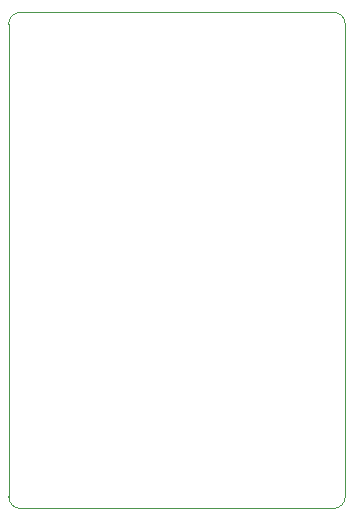
<source format=gm1>
%TF.GenerationSoftware,KiCad,Pcbnew,6.0.4-6f826c9f35~116~ubuntu20.04.1*%
%TF.CreationDate,2022-04-18T14:08:09+07:00*%
%TF.ProjectId,pmod-thin-16-leds,706d6f64-2d74-4686-996e-2d31362d6c65,1.0*%
%TF.SameCoordinates,Original*%
%TF.FileFunction,Profile,NP*%
%FSLAX46Y46*%
G04 Gerber Fmt 4.6, Leading zero omitted, Abs format (unit mm)*
G04 Created by KiCad (PCBNEW 6.0.4-6f826c9f35~116~ubuntu20.04.1) date 2022-04-18 14:08:09*
%MOMM*%
%LPD*%
G01*
G04 APERTURE LIST*
%TA.AperFunction,Profile*%
%ADD10C,0.025400*%
%TD*%
G04 APERTURE END LIST*
D10*
X96068493Y-112001493D02*
X96064493Y-71999493D01*
X97068493Y-113001493D02*
X123572893Y-113002893D01*
X124574893Y-71996893D02*
X124572893Y-112002893D01*
X97064493Y-70999493D02*
X123574893Y-70996893D01*
X124574893Y-71996893D02*
G75*
G03*
X123574893Y-70996893I-1000000J0D01*
G01*
X96068493Y-112001493D02*
G75*
G03*
X97068493Y-113001493I1000000J0D01*
G01*
X97064493Y-70999493D02*
G75*
G03*
X96064493Y-71999493I0J-1000000D01*
G01*
X123572893Y-113002893D02*
G75*
G03*
X124572893Y-112002893I0J1000000D01*
G01*
M02*

</source>
